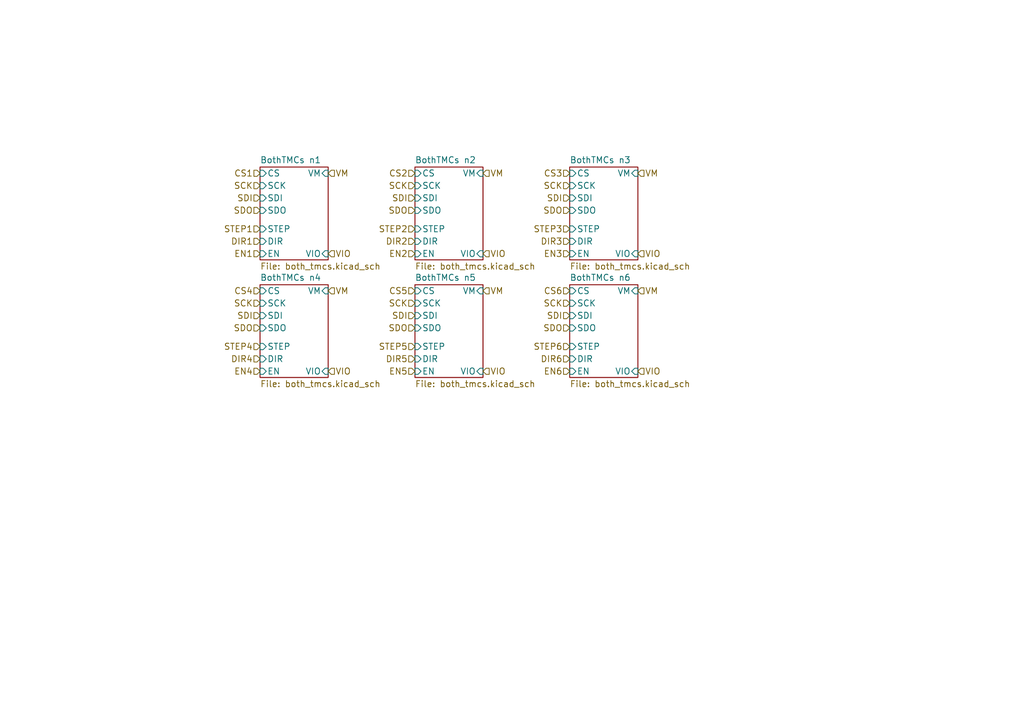
<source format=kicad_sch>
(kicad_sch
	(version 20250114)
	(generator "eeschema")
	(generator_version "9.0")
	(uuid "84abd075-cfa2-450e-a2e2-860f843e5b20")
	(paper "A5")
	(lib_symbols)
	(hierarchical_label "EN1"
		(shape input)
		(at 53.34 52.07 180)
		(effects
			(font
				(size 1.27 1.27)
			)
			(justify right)
		)
		(uuid "01161b36-9e68-4329-ad9b-f508a5659872")
	)
	(hierarchical_label "SDO"
		(shape input)
		(at 85.09 43.18 180)
		(effects
			(font
				(size 1.27 1.27)
			)
			(justify right)
		)
		(uuid "02c1f9cd-89f1-4f27-8d7b-49a28370ae96")
	)
	(hierarchical_label "SDO"
		(shape input)
		(at 116.84 43.18 180)
		(effects
			(font
				(size 1.27 1.27)
			)
			(justify right)
		)
		(uuid "05f5a624-8e1b-4779-99fe-63f5379de999")
	)
	(hierarchical_label "VIO"
		(shape input)
		(at 130.81 76.2 0)
		(effects
			(font
				(size 1.27 1.27)
			)
			(justify left)
		)
		(uuid "0f6049eb-3629-40ea-9830-94f9665cdc35")
	)
	(hierarchical_label "VIO"
		(shape input)
		(at 99.06 52.07 0)
		(effects
			(font
				(size 1.27 1.27)
			)
			(justify left)
		)
		(uuid "17628735-7b94-4eda-b70f-5e5cfb93329f")
	)
	(hierarchical_label "VM"
		(shape input)
		(at 99.06 59.69 0)
		(effects
			(font
				(size 1.27 1.27)
			)
			(justify left)
		)
		(uuid "1b3dfaf0-3b61-414b-93ae-d16126d57c79")
	)
	(hierarchical_label "EN6"
		(shape input)
		(at 116.84 76.2 180)
		(effects
			(font
				(size 1.27 1.27)
			)
			(justify right)
		)
		(uuid "24efe00f-e1d4-47b9-9ec7-5aaf5d2a2681")
	)
	(hierarchical_label "DIR5"
		(shape input)
		(at 85.09 73.66 180)
		(effects
			(font
				(size 1.27 1.27)
			)
			(justify right)
		)
		(uuid "25acd3cb-6222-4122-9032-2c27001a58e3")
	)
	(hierarchical_label "DIR6"
		(shape input)
		(at 116.84 73.66 180)
		(effects
			(font
				(size 1.27 1.27)
			)
			(justify right)
		)
		(uuid "2874e4a1-4b48-451f-9867-2f945ca6496c")
	)
	(hierarchical_label "SCK"
		(shape input)
		(at 53.34 62.23 180)
		(effects
			(font
				(size 1.27 1.27)
			)
			(justify right)
		)
		(uuid "2eaa85fa-3fa3-4055-a900-5ed4b4094c2b")
	)
	(hierarchical_label "SDI"
		(shape input)
		(at 53.34 64.77 180)
		(effects
			(font
				(size 1.27 1.27)
			)
			(justify right)
		)
		(uuid "3bc04d6c-9170-474f-87cd-ea8d87aa1503")
	)
	(hierarchical_label "SDO"
		(shape input)
		(at 85.09 67.31 180)
		(effects
			(font
				(size 1.27 1.27)
			)
			(justify right)
		)
		(uuid "409f5680-7c09-44ec-84c4-8633dd6b4869")
	)
	(hierarchical_label "SDI"
		(shape input)
		(at 85.09 40.64 180)
		(effects
			(font
				(size 1.27 1.27)
			)
			(justify right)
		)
		(uuid "44db1ae4-ee11-472c-9c11-abcffdf54f15")
	)
	(hierarchical_label "CS4"
		(shape input)
		(at 53.34 59.69 180)
		(effects
			(font
				(size 1.27 1.27)
			)
			(justify right)
		)
		(uuid "49210bb8-4a79-4ab9-9ef3-b04443d99198")
	)
	(hierarchical_label "VIO"
		(shape input)
		(at 67.31 76.2 0)
		(effects
			(font
				(size 1.27 1.27)
			)
			(justify left)
		)
		(uuid "4ba58555-2748-4ae7-a666-152f718dcce7")
	)
	(hierarchical_label "VM"
		(shape input)
		(at 99.06 35.56 0)
		(effects
			(font
				(size 1.27 1.27)
			)
			(justify left)
		)
		(uuid "50546d6c-1ba5-415c-b9b8-11cc0636b023")
	)
	(hierarchical_label "DIR3"
		(shape input)
		(at 116.84 49.53 180)
		(effects
			(font
				(size 1.27 1.27)
			)
			(justify right)
		)
		(uuid "53c0596c-e560-41ba-a277-295d44f850bf")
	)
	(hierarchical_label "CS5"
		(shape input)
		(at 85.09 59.69 180)
		(effects
			(font
				(size 1.27 1.27)
			)
			(justify right)
		)
		(uuid "55e1dfe6-07ec-4a4b-82bb-ff50029a2368")
	)
	(hierarchical_label "VM"
		(shape input)
		(at 67.31 59.69 0)
		(effects
			(font
				(size 1.27 1.27)
			)
			(justify left)
		)
		(uuid "56787c3d-96e8-4f66-878f-c5f5c6f7b613")
	)
	(hierarchical_label "DIR1"
		(shape input)
		(at 53.34 49.53 180)
		(effects
			(font
				(size 1.27 1.27)
			)
			(justify right)
		)
		(uuid "57ba9989-9e6a-499f-b6da-17fd08152822")
	)
	(hierarchical_label "SDO"
		(shape input)
		(at 53.34 43.18 180)
		(effects
			(font
				(size 1.27 1.27)
			)
			(justify right)
		)
		(uuid "6513db78-f258-4181-be81-60f023c1f117")
	)
	(hierarchical_label "VIO"
		(shape input)
		(at 130.81 52.07 0)
		(effects
			(font
				(size 1.27 1.27)
			)
			(justify left)
		)
		(uuid "696c767d-5d49-400a-84ef-f4957ee96a93")
	)
	(hierarchical_label "EN4"
		(shape input)
		(at 53.34 76.2 180)
		(effects
			(font
				(size 1.27 1.27)
			)
			(justify right)
		)
		(uuid "6b332c1e-502f-4496-9253-3877fe211934")
	)
	(hierarchical_label "EN2"
		(shape input)
		(at 85.09 52.07 180)
		(effects
			(font
				(size 1.27 1.27)
			)
			(justify right)
		)
		(uuid "737eca09-6ad4-4772-98f2-969dfb15ebd0")
	)
	(hierarchical_label "SCK"
		(shape input)
		(at 116.84 62.23 180)
		(effects
			(font
				(size 1.27 1.27)
			)
			(justify right)
		)
		(uuid "7665dec6-c5e1-49f6-a579-3d30aba8b114")
	)
	(hierarchical_label "EN5"
		(shape input)
		(at 85.09 76.2 180)
		(effects
			(font
				(size 1.27 1.27)
			)
			(justify right)
		)
		(uuid "76ad046b-fe62-4d46-821e-c8b402bc3972")
	)
	(hierarchical_label "VM"
		(shape input)
		(at 67.31 35.56 0)
		(effects
			(font
				(size 1.27 1.27)
			)
			(justify left)
		)
		(uuid "780caffd-0686-4180-9015-e75b60c10fba")
	)
	(hierarchical_label "STEP5"
		(shape input)
		(at 85.09 71.12 180)
		(effects
			(font
				(size 1.27 1.27)
			)
			(justify right)
		)
		(uuid "7e47098e-545d-42c1-b71c-1c728c71a563")
	)
	(hierarchical_label "STEP3"
		(shape input)
		(at 116.84 46.99 180)
		(effects
			(font
				(size 1.27 1.27)
			)
			(justify right)
		)
		(uuid "8984350e-2607-4869-9d80-ef05c8d38ec0")
	)
	(hierarchical_label "CS3"
		(shape input)
		(at 116.84 35.56 180)
		(effects
			(font
				(size 1.27 1.27)
			)
			(justify right)
		)
		(uuid "91a2edb2-ab2a-4c42-ab46-26b0af1df5d7")
	)
	(hierarchical_label "VM"
		(shape input)
		(at 130.81 35.56 0)
		(effects
			(font
				(size 1.27 1.27)
			)
			(justify left)
		)
		(uuid "9423c8d5-cb81-4560-b397-ae7cadd127d0")
	)
	(hierarchical_label "SDI"
		(shape input)
		(at 85.09 64.77 180)
		(effects
			(font
				(size 1.27 1.27)
			)
			(justify right)
		)
		(uuid "970c5c71-c16d-4e63-808e-b9e08ab11e7d")
	)
	(hierarchical_label "EN3"
		(shape input)
		(at 116.84 52.07 180)
		(effects
			(font
				(size 1.27 1.27)
			)
			(justify right)
		)
		(uuid "9c21c826-d749-48e9-978e-8578274f946b")
	)
	(hierarchical_label "SCK"
		(shape input)
		(at 116.84 38.1 180)
		(effects
			(font
				(size 1.27 1.27)
			)
			(justify right)
		)
		(uuid "a67a489a-6d6d-4330-ae03-5c34559bb958")
	)
	(hierarchical_label "DIR4"
		(shape input)
		(at 53.34 73.66 180)
		(effects
			(font
				(size 1.27 1.27)
			)
			(justify right)
		)
		(uuid "af93366a-1d6a-4bf2-816c-b0fc5a976ca3")
	)
	(hierarchical_label "SCK"
		(shape input)
		(at 85.09 62.23 180)
		(effects
			(font
				(size 1.27 1.27)
			)
			(justify right)
		)
		(uuid "b29bc9a7-f0b5-44b6-a99f-3eba5f3fad9f")
	)
	(hierarchical_label "SCK"
		(shape input)
		(at 53.34 38.1 180)
		(effects
			(font
				(size 1.27 1.27)
			)
			(justify right)
		)
		(uuid "bcc3dc07-5d1e-4121-bbec-2b5527ba01cb")
	)
	(hierarchical_label "VIO"
		(shape input)
		(at 67.31 52.07 0)
		(effects
			(font
				(size 1.27 1.27)
			)
			(justify left)
		)
		(uuid "bccdddfc-e194-4d7c-83d6-e62a1e577cc4")
	)
	(hierarchical_label "CS6"
		(shape input)
		(at 116.84 59.69 180)
		(effects
			(font
				(size 1.27 1.27)
			)
			(justify right)
		)
		(uuid "c2725ed7-1fc9-4e93-8e02-6d9be75b3bee")
	)
	(hierarchical_label "STEP1"
		(shape input)
		(at 53.34 46.99 180)
		(effects
			(font
				(size 1.27 1.27)
			)
			(justify right)
		)
		(uuid "d34d391b-e769-47a0-87e7-2a53a2fe9d11")
	)
	(hierarchical_label "SDI"
		(shape input)
		(at 53.34 40.64 180)
		(effects
			(font
				(size 1.27 1.27)
			)
			(justify right)
		)
		(uuid "d40d00ba-fceb-40bb-b503-9d312e872588")
	)
	(hierarchical_label "SDI"
		(shape input)
		(at 116.84 64.77 180)
		(effects
			(font
				(size 1.27 1.27)
			)
			(justify right)
		)
		(uuid "d44f21ca-7811-47fb-ab94-9b8483fb3cd2")
	)
	(hierarchical_label "STEP6"
		(shape input)
		(at 116.84 71.12 180)
		(effects
			(font
				(size 1.27 1.27)
			)
			(justify right)
		)
		(uuid "d4d44030-109f-4023-b282-ff336faa4b2c")
	)
	(hierarchical_label "VIO"
		(shape input)
		(at 99.06 76.2 0)
		(effects
			(font
				(size 1.27 1.27)
			)
			(justify left)
		)
		(uuid "d5bafbf8-6f37-449a-93e4-991662342a4b")
	)
	(hierarchical_label "CS1"
		(shape input)
		(at 53.34 35.56 180)
		(effects
			(font
				(size 1.27 1.27)
			)
			(justify right)
		)
		(uuid "db915d34-1808-4019-9308-7d4450ff47fa")
	)
	(hierarchical_label "SDI"
		(shape input)
		(at 116.84 40.64 180)
		(effects
			(font
				(size 1.27 1.27)
			)
			(justify right)
		)
		(uuid "dbe40fe4-fe06-429c-b629-005aea4c7163")
	)
	(hierarchical_label "STEP4"
		(shape input)
		(at 53.34 71.12 180)
		(effects
			(font
				(size 1.27 1.27)
			)
			(justify right)
		)
		(uuid "dc7890a2-2389-453b-9f1e-8ee68ee9224a")
	)
	(hierarchical_label "SDO"
		(shape input)
		(at 116.84 67.31 180)
		(effects
			(font
				(size 1.27 1.27)
			)
			(justify right)
		)
		(uuid "dccc9d04-ef88-4b95-8821-59a38d75fd3a")
	)
	(hierarchical_label "VM"
		(shape input)
		(at 130.81 59.69 0)
		(effects
			(font
				(size 1.27 1.27)
			)
			(justify left)
		)
		(uuid "e40cca9c-5e5e-4af5-ba17-b574594a5b1d")
	)
	(hierarchical_label "DIR2"
		(shape input)
		(at 85.09 49.53 180)
		(effects
			(font
				(size 1.27 1.27)
			)
			(justify right)
		)
		(uuid "e5ce6475-b239-46fd-99af-7c47f8fff179")
	)
	(hierarchical_label "SDO"
		(shape input)
		(at 53.34 67.31 180)
		(effects
			(font
				(size 1.27 1.27)
			)
			(justify right)
		)
		(uuid "ea675ec2-e79a-4f02-8041-634ec146da73")
	)
	(hierarchical_label "CS2"
		(shape input)
		(at 85.09 35.56 180)
		(effects
			(font
				(size 1.27 1.27)
			)
			(justify right)
		)
		(uuid "ed7b80b1-5eee-4216-8c0e-efcf66eae348")
	)
	(hierarchical_label "SCK"
		(shape input)
		(at 85.09 38.1 180)
		(effects
			(font
				(size 1.27 1.27)
			)
			(justify right)
		)
		(uuid "f9e8d293-80ad-4a94-94c5-2bd29db56195")
	)
	(hierarchical_label "STEP2"
		(shape input)
		(at 85.09 46.99 180)
		(effects
			(font
				(size 1.27 1.27)
			)
			(justify right)
		)
		(uuid "fad26a5b-b13e-4d7f-8675-293c25ab8677")
	)
	(sheet
		(at 53.34 58.42)
		(size 13.97 19.05)
		(exclude_from_sim no)
		(in_bom yes)
		(on_board yes)
		(dnp no)
		(fields_autoplaced yes)
		(stroke
			(width 0.1524)
			(type solid)
		)
		(fill
			(color 0 0 0 0.0000)
		)
		(uuid "0dda7cea-57ec-4070-aed0-c52190f2b0cd")
		(property "Sheetname" "BothTMCs n4"
			(at 53.34 57.7084 0)
			(effects
				(font
					(size 1.27 1.27)
				)
				(justify left bottom)
			)
		)
		(property "Sheetfile" "both_tmcs.kicad_sch"
			(at 53.34 78.0546 0)
			(effects
				(font
					(size 1.27 1.27)
				)
				(justify left top)
			)
		)
		(pin "CS" input
			(at 53.34 59.69 180)
			(uuid "78297813-96eb-4143-95a5-ea46d2463667")
			(effects
				(font
					(size 1.27 1.27)
				)
				(justify left)
			)
		)
		(pin "DIR" input
			(at 53.34 73.66 180)
			(uuid "6c1d289a-7061-48a1-85b5-c488f0c6c43e")
			(effects
				(font
					(size 1.27 1.27)
				)
				(justify left)
			)
		)
		(pin "EN" input
			(at 53.34 76.2 180)
			(uuid "2063b58d-d452-46dc-ad3a-3475f6fb4698")
			(effects
				(font
					(size 1.27 1.27)
				)
				(justify left)
			)
		)
		(pin "SCK" input
			(at 53.34 62.23 180)
			(uuid "9561262b-450c-4038-bb35-ddb9ca88a07a")
			(effects
				(font
					(size 1.27 1.27)
				)
				(justify left)
			)
		)
		(pin "SDI" input
			(at 53.34 64.77 180)
			(uuid "d54d918a-e747-4554-9a26-7872d55709d6")
			(effects
				(font
					(size 1.27 1.27)
				)
				(justify left)
			)
		)
		(pin "SDO" input
			(at 53.34 67.31 180)
			(uuid "6a02258b-be9b-4d69-b543-953a992d54f2")
			(effects
				(font
					(size 1.27 1.27)
				)
				(justify left)
			)
		)
		(pin "STEP" input
			(at 53.34 71.12 180)
			(uuid "86286242-f9f3-40f0-b9ad-a6d2ac55dbbe")
			(effects
				(font
					(size 1.27 1.27)
				)
				(justify left)
			)
		)
		(pin "VIO" input
			(at 67.31 76.2 0)
			(uuid "940ab2d6-ad25-47d2-ac57-ce4aafb8e9ca")
			(effects
				(font
					(size 1.27 1.27)
				)
				(justify right)
			)
		)
		(pin "VM" input
			(at 67.31 59.69 0)
			(uuid "8aafeb55-0469-4f7e-ab6b-e2a22e233302")
			(effects
				(font
					(size 1.27 1.27)
				)
				(justify right)
			)
		)
		(instances
			(project "Driver Carrier v1"
				(path "/e9233c03-3cf4-4da7-8842-78ed95dae4f3/f38bc85c-7091-4917-a419-8b97603f477b"
					(page "5")
				)
			)
		)
	)
	(sheet
		(at 53.34 34.29)
		(size 13.97 19.05)
		(exclude_from_sim no)
		(in_bom yes)
		(on_board yes)
		(dnp no)
		(fields_autoplaced yes)
		(stroke
			(width 0.1524)
			(type solid)
		)
		(fill
			(color 0 0 0 0.0000)
		)
		(uuid "27e845fa-7a6c-4695-8db7-f6a08065cb82")
		(property "Sheetname" "BothTMCs n1"
			(at 53.34 33.5784 0)
			(effects
				(font
					(size 1.27 1.27)
				)
				(justify left bottom)
			)
		)
		(property "Sheetfile" "both_tmcs.kicad_sch"
			(at 53.34 53.9246 0)
			(effects
				(font
					(size 1.27 1.27)
				)
				(justify left top)
			)
		)
		(pin "CS" input
			(at 53.34 35.56 180)
			(uuid "f6e96f09-3c93-49f7-a848-cefdfdaabd44")
			(effects
				(font
					(size 1.27 1.27)
				)
				(justify left)
			)
		)
		(pin "DIR" input
			(at 53.34 49.53 180)
			(uuid "69c5c4c8-c8bc-42a1-859c-42803e0c0fd0")
			(effects
				(font
					(size 1.27 1.27)
				)
				(justify left)
			)
		)
		(pin "EN" input
			(at 53.34 52.07 180)
			(uuid "83dae94f-2026-42e5-8fc7-94add79cc8ee")
			(effects
				(font
					(size 1.27 1.27)
				)
				(justify left)
			)
		)
		(pin "SCK" input
			(at 53.34 38.1 180)
			(uuid "6df55209-625b-44c8-bbd5-a13f9605f428")
			(effects
				(font
					(size 1.27 1.27)
				)
				(justify left)
			)
		)
		(pin "SDI" input
			(at 53.34 40.64 180)
			(uuid "e88c35c3-406e-4c84-977a-a14b38b6113f")
			(effects
				(font
					(size 1.27 1.27)
				)
				(justify left)
			)
		)
		(pin "SDO" input
			(at 53.34 43.18 180)
			(uuid "daddf6d2-8591-41f5-8e9a-279dbfc3f7dd")
			(effects
				(font
					(size 1.27 1.27)
				)
				(justify left)
			)
		)
		(pin "STEP" input
			(at 53.34 46.99 180)
			(uuid "b49c8f8d-4ca1-4528-9398-e7005d57106c")
			(effects
				(font
					(size 1.27 1.27)
				)
				(justify left)
			)
		)
		(pin "VIO" input
			(at 67.31 52.07 0)
			(uuid "3f0aa99e-bbb5-4fa3-bc7d-53f7a9ef0cb6")
			(effects
				(font
					(size 1.27 1.27)
				)
				(justify right)
			)
		)
		(pin "VM" input
			(at 67.31 35.56 0)
			(uuid "6dd7bcfc-e5d3-4847-87c8-b11b1479806f")
			(effects
				(font
					(size 1.27 1.27)
				)
				(justify right)
			)
		)
		(instances
			(project "Driver Carrier v1"
				(path "/e9233c03-3cf4-4da7-8842-78ed95dae4f3/f38bc85c-7091-4917-a419-8b97603f477b"
					(page "4")
				)
			)
		)
	)
	(sheet
		(at 116.84 58.42)
		(size 13.97 19.05)
		(exclude_from_sim no)
		(in_bom yes)
		(on_board yes)
		(dnp no)
		(fields_autoplaced yes)
		(stroke
			(width 0.1524)
			(type solid)
		)
		(fill
			(color 0 0 0 0.0000)
		)
		(uuid "60323ed2-c592-4d5f-a3df-90344162b27c")
		(property "Sheetname" "BothTMCs n6"
			(at 116.84 57.7084 0)
			(effects
				(font
					(size 1.27 1.27)
				)
				(justify left bottom)
			)
		)
		(property "Sheetfile" "both_tmcs.kicad_sch"
			(at 116.84 78.0546 0)
			(effects
				(font
					(size 1.27 1.27)
				)
				(justify left top)
			)
		)
		(pin "CS" input
			(at 116.84 59.69 180)
			(uuid "21828173-4ac4-4dfb-a53a-88b6a9966179")
			(effects
				(font
					(size 1.27 1.27)
				)
				(justify left)
			)
		)
		(pin "DIR" input
			(at 116.84 73.66 180)
			(uuid "f83965e2-0fd7-46ae-9a4b-81d961e7c201")
			(effects
				(font
					(size 1.27 1.27)
				)
				(justify left)
			)
		)
		(pin "EN" input
			(at 116.84 76.2 180)
			(uuid "445d1214-ec7a-4d83-82ed-30e992731d08")
			(effects
				(font
					(size 1.27 1.27)
				)
				(justify left)
			)
		)
		(pin "SCK" input
			(at 116.84 62.23 180)
			(uuid "dda7fbed-9508-41dd-ac86-f5ccf8cc4daa")
			(effects
				(font
					(size 1.27 1.27)
				)
				(justify left)
			)
		)
		(pin "SDI" input
			(at 116.84 64.77 180)
			(uuid "8f5a82be-9a00-4c0e-80e8-a3209e837ddc")
			(effects
				(font
					(size 1.27 1.27)
				)
				(justify left)
			)
		)
		(pin "SDO" input
			(at 116.84 67.31 180)
			(uuid "66b89a95-599b-46c5-b186-c02aba370a3a")
			(effects
				(font
					(size 1.27 1.27)
				)
				(justify left)
			)
		)
		(pin "STEP" input
			(at 116.84 71.12 180)
			(uuid "ec42150c-668a-43f4-a58e-5ff1bbf4e92d")
			(effects
				(font
					(size 1.27 1.27)
				)
				(justify left)
			)
		)
		(pin "VIO" input
			(at 130.81 76.2 0)
			(uuid "dfb83c3a-c0d8-4898-bdb8-c71acdb5ed53")
			(effects
				(font
					(size 1.27 1.27)
				)
				(justify right)
			)
		)
		(pin "VM" input
			(at 130.81 59.69 0)
			(uuid "6d0174b7-cb9f-4262-886f-0ca3143f5dd3")
			(effects
				(font
					(size 1.27 1.27)
				)
				(justify right)
			)
		)
		(instances
			(project "Driver Carrier v1"
				(path "/e9233c03-3cf4-4da7-8842-78ed95dae4f3/f38bc85c-7091-4917-a419-8b97603f477b"
					(page "8")
				)
			)
		)
	)
	(sheet
		(at 116.84 34.29)
		(size 13.97 19.05)
		(exclude_from_sim no)
		(in_bom yes)
		(on_board yes)
		(dnp no)
		(fields_autoplaced yes)
		(stroke
			(width 0.1524)
			(type solid)
		)
		(fill
			(color 0 0 0 0.0000)
		)
		(uuid "85bfa518-fa29-4b69-81a3-b9a2cd68ceda")
		(property "Sheetname" "BothTMCs n3"
			(at 116.84 33.5784 0)
			(effects
				(font
					(size 1.27 1.27)
				)
				(justify left bottom)
			)
		)
		(property "Sheetfile" "both_tmcs.kicad_sch"
			(at 116.84 53.9246 0)
			(effects
				(font
					(size 1.27 1.27)
				)
				(justify left top)
			)
		)
		(pin "CS" input
			(at 116.84 35.56 180)
			(uuid "7cb6b936-5c20-4c98-920a-c7fd02552d77")
			(effects
				(font
					(size 1.27 1.27)
				)
				(justify left)
			)
		)
		(pin "DIR" input
			(at 116.84 49.53 180)
			(uuid "9338eaf8-9c27-42d7-8ce0-fafe53896c84")
			(effects
				(font
					(size 1.27 1.27)
				)
				(justify left)
			)
		)
		(pin "EN" input
			(at 116.84 52.07 180)
			(uuid "452c232d-2bb7-4403-9005-3885d53f0ef9")
			(effects
				(font
					(size 1.27 1.27)
				)
				(justify left)
			)
		)
		(pin "SCK" input
			(at 116.84 38.1 180)
			(uuid "96c58310-b2ae-4780-a0e1-2bb892b4544f")
			(effects
				(font
					(size 1.27 1.27)
				)
				(justify left)
			)
		)
		(pin "SDI" input
			(at 116.84 40.64 180)
			(uuid "1e872194-46ad-4acc-a13e-0a2194040bc0")
			(effects
				(font
					(size 1.27 1.27)
				)
				(justify left)
			)
		)
		(pin "SDO" input
			(at 116.84 43.18 180)
			(uuid "f092615b-d011-4f54-9267-a99dd415b65c")
			(effects
				(font
					(size 1.27 1.27)
				)
				(justify left)
			)
		)
		(pin "STEP" input
			(at 116.84 46.99 180)
			(uuid "4f14094d-0b46-4984-85c0-1bb13feaec7b")
			(effects
				(font
					(size 1.27 1.27)
				)
				(justify left)
			)
		)
		(pin "VIO" input
			(at 130.81 52.07 0)
			(uuid "a9028100-9de7-484d-b36f-2c935148da1f")
			(effects
				(font
					(size 1.27 1.27)
				)
				(justify right)
			)
		)
		(pin "VM" input
			(at 130.81 35.56 0)
			(uuid "ab159df8-3cbc-449b-bd60-533210e8b5bd")
			(effects
				(font
					(size 1.27 1.27)
				)
				(justify right)
			)
		)
		(instances
			(project "Driver Carrier v1"
				(path "/e9233c03-3cf4-4da7-8842-78ed95dae4f3/f38bc85c-7091-4917-a419-8b97603f477b"
					(page "7")
				)
			)
		)
	)
	(sheet
		(at 85.09 34.29)
		(size 13.97 19.05)
		(exclude_from_sim no)
		(in_bom yes)
		(on_board yes)
		(dnp no)
		(fields_autoplaced yes)
		(stroke
			(width 0.1524)
			(type solid)
		)
		(fill
			(color 0 0 0 0.0000)
		)
		(uuid "8a190e82-2a09-4ff3-b645-8ecef9ff4aec")
		(property "Sheetname" "BothTMCs n2"
			(at 85.09 33.5784 0)
			(effects
				(font
					(size 1.27 1.27)
				)
				(justify left bottom)
			)
		)
		(property "Sheetfile" "both_tmcs.kicad_sch"
			(at 85.09 53.9246 0)
			(effects
				(font
					(size 1.27 1.27)
				)
				(justify left top)
			)
		)
		(pin "CS" input
			(at 85.09 35.56 180)
			(uuid "0811c373-ddcf-47b5-9104-d79c6f037d38")
			(effects
				(font
					(size 1.27 1.27)
				)
				(justify left)
			)
		)
		(pin "DIR" input
			(at 85.09 49.53 180)
			(uuid "4a1722c0-090e-4bed-9c67-3385dcbd8577")
			(effects
				(font
					(size 1.27 1.27)
				)
				(justify left)
			)
		)
		(pin "EN" input
			(at 85.09 52.07 180)
			(uuid "02f98479-2f12-4d5f-9663-c2c433f0c58d")
			(effects
				(font
					(size 1.27 1.27)
				)
				(justify left)
			)
		)
		(pin "SCK" input
			(at 85.09 38.1 180)
			(uuid "270e7a53-933b-4b22-b0c7-1388e840f313")
			(effects
				(font
					(size 1.27 1.27)
				)
				(justify left)
			)
		)
		(pin "SDI" input
			(at 85.09 40.64 180)
			(uuid "f9f4435c-d0e1-4487-be61-15043cc8084b")
			(effects
				(font
					(size 1.27 1.27)
				)
				(justify left)
			)
		)
		(pin "SDO" input
			(at 85.09 43.18 180)
			(uuid "a69bb135-fc7f-4ee2-93ec-8d27e80d406f")
			(effects
				(font
					(size 1.27 1.27)
				)
				(justify left)
			)
		)
		(pin "STEP" input
			(at 85.09 46.99 180)
			(uuid "f346d676-4a7e-423a-a128-549ae789a1ce")
			(effects
				(font
					(size 1.27 1.27)
				)
				(justify left)
			)
		)
		(pin "VIO" input
			(at 99.06 52.07 0)
			(uuid "7ffdcf7e-5662-477a-9fb8-018ce4ac9204")
			(effects
				(font
					(size 1.27 1.27)
				)
				(justify right)
			)
		)
		(pin "VM" input
			(at 99.06 35.56 0)
			(uuid "d02187a0-763d-498c-ae30-5fbb3ec40b1f")
			(effects
				(font
					(size 1.27 1.27)
				)
				(justify right)
			)
		)
		(instances
			(project "Driver Carrier v1"
				(path "/e9233c03-3cf4-4da7-8842-78ed95dae4f3/f38bc85c-7091-4917-a419-8b97603f477b"
					(page "3")
				)
			)
		)
	)
	(sheet
		(at 85.09 58.42)
		(size 13.97 19.05)
		(exclude_from_sim no)
		(in_bom yes)
		(on_board yes)
		(dnp no)
		(fields_autoplaced yes)
		(stroke
			(width 0.1524)
			(type solid)
		)
		(fill
			(color 0 0 0 0.0000)
		)
		(uuid "9aa1a7ea-d89a-4773-b6a9-df0e8831afe4")
		(property "Sheetname" "BothTMCs n5"
			(at 85.09 57.7084 0)
			(effects
				(font
					(size 1.27 1.27)
				)
				(justify left bottom)
			)
		)
		(property "Sheetfile" "both_tmcs.kicad_sch"
			(at 85.09 78.0546 0)
			(effects
				(font
					(size 1.27 1.27)
				)
				(justify left top)
			)
		)
		(pin "CS" input
			(at 85.09 59.69 180)
			(uuid "9dae0e59-ae54-4aa4-aab4-f1d9484fbff8")
			(effects
				(font
					(size 1.27 1.27)
				)
				(justify left)
			)
		)
		(pin "DIR" input
			(at 85.09 73.66 180)
			(uuid "815baae8-53bf-4306-9435-790a09d04fb2")
			(effects
				(font
					(size 1.27 1.27)
				)
				(justify left)
			)
		)
		(pin "EN" input
			(at 85.09 76.2 180)
			(uuid "73e58ed7-d22f-407b-940c-748e5519f538")
			(effects
				(font
					(size 1.27 1.27)
				)
				(justify left)
			)
		)
		(pin "SCK" input
			(at 85.09 62.23 180)
			(uuid "df836861-a5bb-42e4-8322-378e9e35a0cc")
			(effects
				(font
					(size 1.27 1.27)
				)
				(justify left)
			)
		)
		(pin "SDI" input
			(at 85.09 64.77 180)
			(uuid "92b4cd1c-8cd8-4730-8393-76f063f35f89")
			(effects
				(font
					(size 1.27 1.27)
				)
				(justify left)
			)
		)
		(pin "SDO" input
			(at 85.09 67.31 180)
			(uuid "150d084c-ec8a-4671-9519-c799cdd13947")
			(effects
				(font
					(size 1.27 1.27)
				)
				(justify left)
			)
		)
		(pin "STEP" input
			(at 85.09 71.12 180)
			(uuid "7c04373f-fb16-4b91-9696-59115787f888")
			(effects
				(font
					(size 1.27 1.27)
				)
				(justify left)
			)
		)
		(pin "VIO" input
			(at 99.06 76.2 0)
			(uuid "4a0fb027-0df0-4c96-b582-edc1cb07af7b")
			(effects
				(font
					(size 1.27 1.27)
				)
				(justify right)
			)
		)
		(pin "VM" input
			(at 99.06 59.69 0)
			(uuid "7983855c-406c-4cbc-9e70-69fe1a86a2e2")
			(effects
				(font
					(size 1.27 1.27)
				)
				(justify right)
			)
		)
		(instances
			(project "Driver Carrier v1"
				(path "/e9233c03-3cf4-4da7-8842-78ed95dae4f3/f38bc85c-7091-4917-a419-8b97603f477b"
					(page "6")
				)
			)
		)
	)
)

</source>
